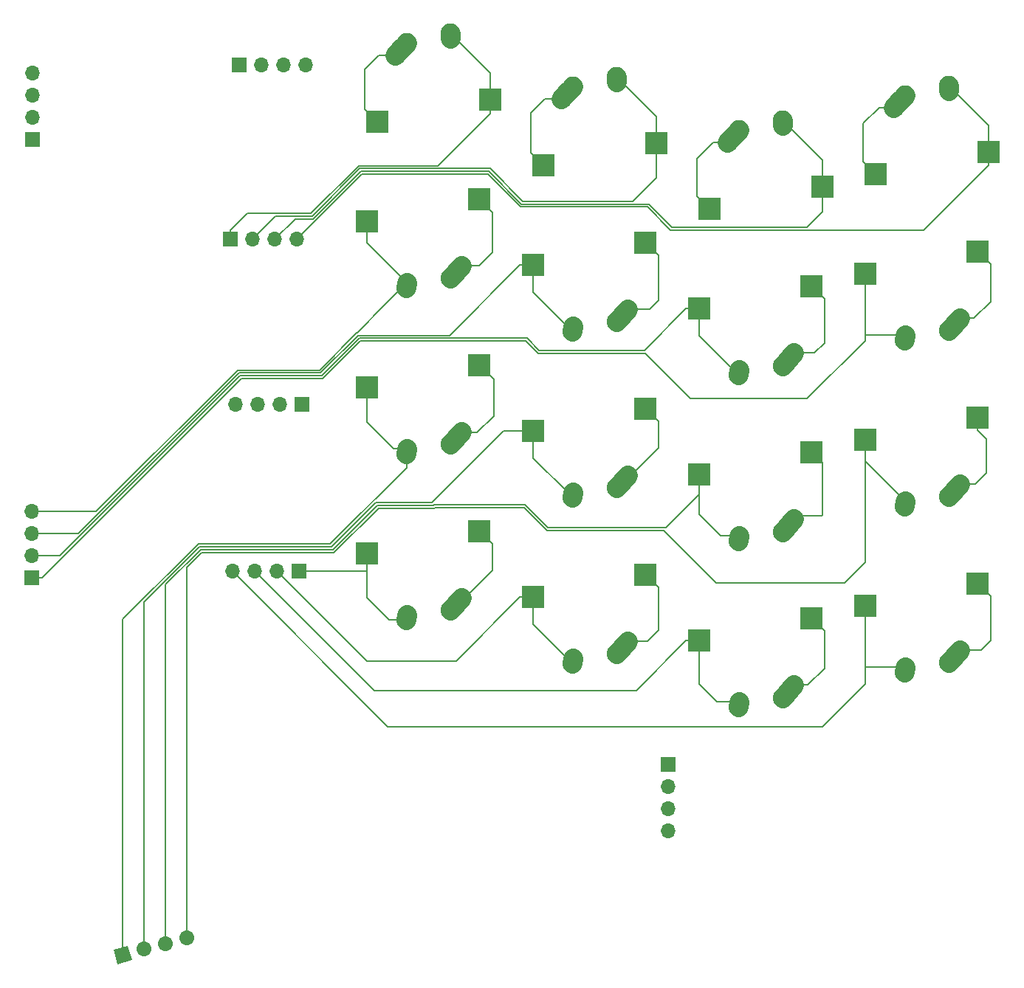
<source format=gbr>
G04 #@! TF.GenerationSoftware,KiCad,Pcbnew,(5.1.4)-1*
G04 #@! TF.CreationDate,2023-02-10T21:15:05-05:00*
G04 #@! TF.ProjectId,ThumbsUp,5468756d-6273-4557-902e-6b696361645f,rev?*
G04 #@! TF.SameCoordinates,Original*
G04 #@! TF.FileFunction,Copper,L2,Bot*
G04 #@! TF.FilePolarity,Positive*
%FSLAX46Y46*%
G04 Gerber Fmt 4.6, Leading zero omitted, Abs format (unit mm)*
G04 Created by KiCad (PCBNEW (5.1.4)-1) date 2023-02-10 21:15:05*
%MOMM*%
%LPD*%
G04 APERTURE LIST*
%ADD10R,2.550000X2.500000*%
%ADD11C,2.250000*%
%ADD12C,2.250000*%
%ADD13O,1.700000X1.700000*%
%ADD14R,1.700000X1.700000*%
%ADD15C,1.700000*%
%ADD16C,1.700000*%
%ADD17C,0.100000*%
%ADD18C,0.200000*%
G04 APERTURE END LIST*
D10*
X205497025Y-502340000D03*
X192570025Y-504880000D03*
D11*
X195912025Y-495800000D03*
X195257026Y-496530000D03*
D12*
X194602025Y-497260000D02*
X195912027Y-495800000D01*
D11*
X200952025Y-494720000D03*
X200932025Y-495010000D03*
D12*
X200912025Y-495300000D02*
X200952025Y-494720000D01*
D10*
X224547025Y-507340000D03*
X211620025Y-509880000D03*
D11*
X214962025Y-500800000D03*
X214307026Y-501530000D03*
D12*
X213652025Y-502260000D02*
X214962027Y-500800000D01*
D11*
X220002025Y-499720000D03*
X219982025Y-500010000D03*
D12*
X219962025Y-500300000D02*
X220002025Y-499720000D01*
D13*
X152912019Y-549610280D03*
X152912019Y-552150280D03*
X152912019Y-554690280D03*
D14*
X152912019Y-557230280D03*
D13*
X183332025Y-518360322D03*
X180792025Y-518360322D03*
X178252025Y-518360322D03*
D14*
X175712025Y-518360322D03*
D13*
X176239012Y-537342011D03*
X178779012Y-537342011D03*
X181319012Y-537342011D03*
D14*
X183859012Y-537342011D03*
D13*
X225912025Y-586230322D03*
X225912025Y-583690322D03*
X225912025Y-581150322D03*
D14*
X225912025Y-578610322D03*
D13*
X175936722Y-556457847D03*
X178476722Y-556457847D03*
X181016722Y-556457847D03*
D14*
X183556722Y-556457847D03*
D13*
X152958726Y-499260794D03*
X152958726Y-501800794D03*
X152958726Y-504340794D03*
D14*
X152958726Y-506880794D03*
D15*
X170712025Y-598510322D03*
D16*
X170712025Y-598510322D02*
X170712025Y-598510322D01*
D15*
X168258573Y-599167722D03*
D16*
X168258573Y-599167722D02*
X168258573Y-599167722D01*
D15*
X165805122Y-599825123D03*
D16*
X165805122Y-599825123D02*
X165805122Y-599825123D01*
D15*
X163351670Y-600482523D03*
D17*
G36*
X164392703Y-601083564D02*
G01*
X162750629Y-601523556D01*
X162310637Y-599881482D01*
X163952711Y-599441490D01*
X164392703Y-601083564D01*
X164392703Y-601083564D01*
G37*
D13*
X184332025Y-498360322D03*
X181792025Y-498360322D03*
X179252025Y-498360322D03*
D14*
X176712025Y-498360322D03*
D10*
X262647025Y-508340000D03*
X249720025Y-510880000D03*
D11*
X253062025Y-501800000D03*
X252407026Y-502530000D03*
D12*
X251752025Y-503260000D02*
X253062027Y-501800000D01*
D11*
X258102025Y-500720000D03*
X258082025Y-501010000D03*
D12*
X258062025Y-501300000D02*
X258102025Y-500720000D01*
D10*
X243597025Y-512340000D03*
X230670025Y-514880000D03*
D11*
X234012025Y-505800000D03*
X233357026Y-506530000D03*
D12*
X232702025Y-507260000D02*
X234012027Y-505800000D01*
D11*
X239052025Y-504720000D03*
X239032025Y-505010000D03*
D12*
X239012025Y-505300000D02*
X239052025Y-504720000D01*
D10*
X191327025Y-554420322D03*
X204254025Y-551880322D03*
D11*
X200912025Y-560960322D03*
X201567024Y-560230322D03*
D12*
X202222025Y-559500322D02*
X200912023Y-560960322D01*
D11*
X195872025Y-562040322D03*
X195892025Y-561750322D03*
D12*
X195912025Y-561460322D02*
X195872025Y-562040322D01*
D10*
X191327025Y-535370323D03*
X204254025Y-532830323D03*
D11*
X200912025Y-541910323D03*
X201567024Y-541180323D03*
D12*
X202222025Y-540450323D02*
X200912023Y-541910323D01*
D11*
X195872025Y-542990323D03*
X195892025Y-542700323D03*
D12*
X195912025Y-542410323D02*
X195872025Y-542990323D01*
D10*
X191327025Y-516320322D03*
X204254025Y-513780322D03*
D11*
X200912025Y-522860322D03*
X201567024Y-522130322D03*
D12*
X202222025Y-521400322D02*
X200912023Y-522860322D01*
D11*
X195872025Y-523940322D03*
X195892025Y-523650322D03*
D12*
X195912025Y-523360322D02*
X195872025Y-523940322D01*
D10*
X229427026Y-545370322D03*
X242354026Y-542830322D03*
D11*
X239012026Y-551910322D03*
X239667025Y-551180322D03*
D12*
X240322026Y-550450322D02*
X239012024Y-551910322D01*
D11*
X233972026Y-552990322D03*
X233992026Y-552700322D03*
D12*
X234012026Y-552410322D02*
X233972026Y-552990322D01*
D10*
X210377025Y-559420322D03*
X223304025Y-556880322D03*
D11*
X219962025Y-565960322D03*
X220617024Y-565230322D03*
D12*
X221272025Y-564500322D02*
X219962023Y-565960322D01*
D11*
X214922025Y-567040322D03*
X214942025Y-566750322D03*
D12*
X214962025Y-566460322D02*
X214922025Y-567040322D01*
D10*
X229427025Y-526320322D03*
X242354025Y-523780322D03*
D11*
X239012025Y-532860322D03*
X239667024Y-532130322D03*
D12*
X240322025Y-531400322D02*
X239012023Y-532860322D01*
D11*
X233972025Y-533940322D03*
X233992025Y-533650322D03*
D12*
X234012025Y-533360322D02*
X233972025Y-533940322D01*
D10*
X248477024Y-541370322D03*
X261404024Y-538830322D03*
D11*
X258062024Y-547910322D03*
X258717023Y-547180322D03*
D12*
X259372024Y-546450322D02*
X258062022Y-547910322D01*
D11*
X253022024Y-548990322D03*
X253042024Y-548700322D03*
D12*
X253062024Y-548410322D02*
X253022024Y-548990322D01*
D10*
X210377025Y-540370322D03*
X223304025Y-537830322D03*
D11*
X219962025Y-546910322D03*
X220617024Y-546180322D03*
D12*
X221272025Y-545450322D02*
X219962023Y-546910322D01*
D11*
X214922025Y-547990322D03*
X214942025Y-547700322D03*
D12*
X214962025Y-547410322D02*
X214922025Y-547990322D01*
D10*
X210377025Y-521320323D03*
X223304025Y-518780323D03*
D11*
X219962025Y-527860323D03*
X220617024Y-527130323D03*
D12*
X221272025Y-526400323D02*
X219962023Y-527860323D01*
D11*
X214922025Y-528940323D03*
X214942025Y-528650323D03*
D12*
X214962025Y-528360323D02*
X214922025Y-528940323D01*
D10*
X229427025Y-564420323D03*
X242354025Y-561880323D03*
D11*
X239012025Y-570960323D03*
X239667024Y-570230323D03*
D12*
X240322025Y-569500323D02*
X239012023Y-570960323D01*
D11*
X233972025Y-572040323D03*
X233992025Y-571750323D03*
D12*
X234012025Y-571460323D02*
X233972025Y-572040323D01*
D10*
X248477025Y-560420322D03*
X261404025Y-557880322D03*
D11*
X258062025Y-566960322D03*
X258717024Y-566230322D03*
D12*
X259372025Y-565500322D02*
X258062023Y-566960322D01*
D11*
X253022025Y-568040322D03*
X253042025Y-567750322D03*
D12*
X253062025Y-567460322D02*
X253022025Y-568040322D01*
D10*
X248477025Y-522320322D03*
X261404025Y-519780322D03*
D11*
X258062025Y-528860322D03*
X258717024Y-528130322D03*
D12*
X259372025Y-527400322D02*
X258062023Y-528860322D01*
D11*
X253022025Y-529940322D03*
X253042025Y-529650322D03*
D12*
X253062025Y-529360322D02*
X253022025Y-529940322D01*
D18*
X248477024Y-555422976D02*
X246100000Y-557800000D01*
X246100000Y-557800000D02*
X231400000Y-557800000D01*
X248477024Y-541370322D02*
X248477024Y-555422976D01*
X225377011Y-551777011D02*
X211964548Y-551777011D01*
X209337538Y-549150000D02*
X199124924Y-549150000D01*
X211964548Y-551777011D02*
X209337538Y-549150000D01*
X231400000Y-557800000D02*
X225377011Y-551777011D01*
X170712025Y-556000361D02*
X170712025Y-597308241D01*
X199124924Y-549150000D02*
X199070903Y-549204021D01*
X199070903Y-549204021D02*
X192658368Y-549204021D01*
X248477024Y-543825322D02*
X248477024Y-541370322D01*
X187556356Y-554306033D02*
X172406353Y-554306033D01*
X253062024Y-548410322D02*
X248477024Y-543825322D01*
X192658368Y-549204021D02*
X187556356Y-554306033D01*
X172406353Y-554306033D02*
X170712025Y-556000361D01*
X170712025Y-597308241D02*
X170712025Y-598510322D01*
X234012026Y-552410322D02*
X231885322Y-552410322D01*
X229427026Y-549952026D02*
X229427026Y-545370322D01*
X229427026Y-547672974D02*
X229427026Y-545370322D01*
X187420904Y-553979022D02*
X192522916Y-548877010D01*
X209472989Y-548822989D02*
X212100000Y-551450000D01*
X192522916Y-548877010D02*
X198935451Y-548877010D01*
X198989472Y-548822989D02*
X209472989Y-548822989D01*
X168258573Y-599167722D02*
X168258573Y-557991351D01*
X198935451Y-548877010D02*
X198989472Y-548822989D01*
X172270901Y-553979022D02*
X187420904Y-553979022D01*
X212100000Y-551450000D02*
X225650000Y-551450000D01*
X231885322Y-552410322D02*
X229427026Y-549952026D01*
X225650000Y-551450000D02*
X229427026Y-547672974D01*
X168258573Y-557991351D02*
X172270901Y-553979022D01*
X208902025Y-540370322D02*
X210377025Y-540370322D01*
X192387462Y-548550000D02*
X198800000Y-548550000D01*
X210377025Y-543445322D02*
X214342025Y-547410322D01*
X210377025Y-540370322D02*
X210377025Y-543445322D01*
X206979678Y-540370322D02*
X208902025Y-540370322D01*
X165805122Y-599825123D02*
X165805122Y-559982340D01*
X187285452Y-553652011D02*
X192387462Y-548550000D01*
X214342025Y-547410322D02*
X214962025Y-547410322D01*
X165805122Y-559982340D02*
X172135451Y-553652011D01*
X198800000Y-548550000D02*
X206979678Y-540370322D01*
X172135451Y-553652011D02*
X187285452Y-553652011D01*
X194410323Y-542410323D02*
X191327025Y-539327025D01*
X195912025Y-544562975D02*
X195912025Y-542410323D01*
X187150000Y-553325000D02*
X195912025Y-544562975D01*
X191327025Y-539327025D02*
X191327025Y-535370323D01*
X163351670Y-561973330D02*
X172000000Y-553325000D01*
X195912025Y-542410323D02*
X194410323Y-542410323D01*
X163351670Y-600482523D02*
X163351670Y-561973330D01*
X172000000Y-553325000D02*
X187150000Y-553325000D01*
X205497025Y-503912975D02*
X205497025Y-502340000D01*
X177622347Y-515400000D02*
X184904958Y-515400000D01*
X175712025Y-517310322D02*
X177622347Y-515400000D01*
X199491033Y-509918967D02*
X205497025Y-503912975D01*
X175712025Y-518360322D02*
X175712025Y-517310322D01*
X190385991Y-509918967D02*
X199491033Y-509918967D01*
X205497025Y-502340000D02*
X205497025Y-499265000D01*
X184904958Y-515400000D02*
X190385991Y-509918967D01*
X205497025Y-499265000D02*
X200952025Y-494720000D01*
X178252025Y-518360322D02*
X180885336Y-515727011D01*
X224547025Y-507340000D02*
X224547025Y-504265000D01*
X205458441Y-510245978D02*
X209208440Y-513995978D01*
X185040410Y-515727011D02*
X190521443Y-510245978D01*
X224547025Y-511302975D02*
X224547025Y-507340000D01*
X221854022Y-513995978D02*
X224547025Y-511302975D01*
X220582025Y-500300000D02*
X219962025Y-500300000D01*
X190521443Y-510245978D02*
X205458441Y-510245978D01*
X180885336Y-515727011D02*
X185040410Y-515727011D01*
X224547025Y-504265000D02*
X220582025Y-500300000D01*
X209208440Y-513995978D02*
X221854022Y-513995978D01*
X243597025Y-515232975D02*
X243597025Y-512340000D01*
X205322989Y-510572989D02*
X209072989Y-514322989D01*
X243597025Y-512340000D02*
X243597025Y-509265000D01*
X209072989Y-514322989D02*
X223672989Y-514322989D01*
X185175862Y-516054022D02*
X190656895Y-510572989D01*
X223672989Y-514322989D02*
X226332989Y-516982989D01*
X180792025Y-518360322D02*
X183098325Y-516054022D01*
X241847011Y-516982989D02*
X243597025Y-515232975D01*
X226332989Y-516982989D02*
X241847011Y-516982989D01*
X243597025Y-509265000D02*
X239052025Y-504720000D01*
X183098325Y-516054022D02*
X185175862Y-516054022D01*
X190656895Y-510572989D02*
X205322989Y-510572989D01*
X262647025Y-508340000D02*
X262647025Y-505265000D01*
X258682025Y-501300000D02*
X258062025Y-501300000D01*
X190792347Y-510900000D02*
X205187537Y-510900000D01*
X262647025Y-509852975D02*
X262647025Y-508340000D01*
X208937537Y-514650000D02*
X223500000Y-514650000D01*
X255190000Y-517310000D02*
X262647025Y-509852975D01*
X205187537Y-510900000D02*
X208937537Y-514650000D01*
X226160000Y-517310000D02*
X255190000Y-517310000D01*
X183332025Y-518360322D02*
X190792347Y-510900000D01*
X223500000Y-514650000D02*
X226160000Y-517310000D01*
X262647025Y-505265000D02*
X258682025Y-501300000D01*
X243480000Y-550120000D02*
X243600000Y-550000000D01*
X192545025Y-504880000D02*
X192570025Y-504880000D01*
X221272025Y-564500322D02*
X223524678Y-564500322D01*
X210145025Y-503879975D02*
X210145025Y-508430000D01*
X224779025Y-558330322D02*
X223329025Y-556880322D01*
X191095025Y-498854975D02*
X191095025Y-503430000D01*
X221272025Y-526400323D02*
X223774677Y-526400323D01*
X223774677Y-526400323D02*
X224779025Y-525395975D01*
X223329025Y-556880322D02*
X223304025Y-556880322D01*
X243600000Y-544000000D02*
X242430322Y-542830322D01*
X192690000Y-497260000D02*
X191095025Y-498854975D01*
X211595025Y-509880000D02*
X211620025Y-509880000D01*
X194602025Y-497260000D02*
X192690000Y-497260000D01*
X191095025Y-503430000D02*
X192545025Y-504880000D01*
X242674678Y-531400322D02*
X243829025Y-530245975D01*
X224779025Y-525395975D02*
X224779025Y-520230323D01*
X243829025Y-530245975D02*
X243829025Y-525230322D01*
X211765000Y-502260000D02*
X210145025Y-503879975D01*
X243600000Y-550000000D02*
X243600000Y-544000000D01*
X240322025Y-531400322D02*
X242674678Y-531400322D01*
X240652348Y-550120000D02*
X243480000Y-550120000D01*
X213652025Y-502260000D02*
X211765000Y-502260000D01*
X210145025Y-508430000D02*
X211595025Y-509880000D01*
X224779025Y-563245975D02*
X224779025Y-558330322D01*
X223329025Y-518780323D02*
X223304025Y-518780323D01*
X223524678Y-564500322D02*
X224779025Y-563245975D01*
X243829025Y-525230322D02*
X242379025Y-523780322D01*
X242430322Y-542830322D02*
X242354026Y-542830322D01*
X224779025Y-520230323D02*
X223329025Y-518780323D01*
X240322026Y-550450322D02*
X240652348Y-550120000D01*
X259372025Y-527400322D02*
X260974678Y-527400322D01*
X262879025Y-559330322D02*
X261429025Y-557880322D01*
X262879025Y-564420975D02*
X262879025Y-559330322D01*
X205750000Y-519850000D02*
X205750000Y-515300000D01*
X261404024Y-540280322D02*
X261404024Y-538830322D01*
X202222025Y-540450323D02*
X202321702Y-540550000D01*
X224779025Y-539280322D02*
X223329025Y-537830322D01*
X202222025Y-521400322D02*
X204199678Y-521400322D01*
X204199678Y-521400322D02*
X205750000Y-519850000D01*
X243829025Y-563330323D02*
X242379025Y-561880323D01*
X205750000Y-515300000D02*
X204254025Y-513804025D01*
X242379025Y-523780322D02*
X242354025Y-523780322D01*
X241924677Y-569500323D02*
X243829025Y-567595975D01*
X240322025Y-569500323D02*
X241924677Y-569500323D01*
X250065000Y-503260000D02*
X248245025Y-505079975D01*
X261099678Y-546450322D02*
X262400000Y-545150000D01*
X251752025Y-503260000D02*
X250065000Y-503260000D01*
X248245025Y-505079975D02*
X248245025Y-509430000D01*
X261799678Y-565500322D02*
X262879025Y-564420975D01*
X262400000Y-545150000D02*
X262400000Y-541276298D01*
X202321702Y-540550000D02*
X204000000Y-540550000D01*
X221272025Y-545450322D02*
X221632987Y-545450322D01*
X223329025Y-537830322D02*
X223304025Y-537830322D01*
X249695025Y-510880000D02*
X249720025Y-510880000D01*
X230645025Y-514880000D02*
X230670025Y-514880000D01*
X259372024Y-546450322D02*
X261099678Y-546450322D01*
X260974678Y-527400322D02*
X262879025Y-525495975D01*
X204254025Y-513804025D02*
X204254025Y-513780322D01*
X231040000Y-507260000D02*
X229195025Y-509104975D01*
X261429025Y-557880322D02*
X261404025Y-557880322D01*
X243829025Y-567595975D02*
X243829025Y-563330323D01*
X242379025Y-561880323D02*
X242354025Y-561880323D01*
X248245025Y-509430000D02*
X249695025Y-510880000D01*
X229195025Y-509104975D02*
X229195025Y-513430000D01*
X262879025Y-521230322D02*
X261429025Y-519780322D01*
X232702025Y-507260000D02*
X231040000Y-507260000D01*
X229195025Y-513430000D02*
X230645025Y-514880000D01*
X259372025Y-565500322D02*
X261799678Y-565500322D01*
X262879025Y-525495975D02*
X262879025Y-521230322D01*
X261429025Y-519780322D02*
X261404025Y-519780322D01*
X262400000Y-541276298D02*
X261404024Y-540280322D01*
X221632987Y-545450322D02*
X224779025Y-542304284D01*
X224779025Y-542304284D02*
X224779025Y-539280322D01*
X204000000Y-540550000D02*
X205900000Y-538650000D01*
X205900000Y-538650000D02*
X205900000Y-534451298D01*
X205900000Y-534451298D02*
X204279025Y-532830323D01*
X204279025Y-532830323D02*
X204254025Y-532830323D01*
X202222025Y-559500322D02*
X202582987Y-559500322D01*
X202582987Y-559500322D02*
X205729025Y-556354284D01*
X205729025Y-556354284D02*
X205729025Y-553330322D01*
X205729025Y-553330322D02*
X204279025Y-551880322D01*
X204279025Y-551880322D02*
X204254025Y-551880322D01*
X191327025Y-559452025D02*
X193915322Y-562040322D01*
X183556722Y-556457847D02*
X191327025Y-556457847D01*
X193915322Y-562040322D02*
X195872025Y-562040322D01*
X191327025Y-556457847D02*
X191327025Y-554420322D01*
X191327025Y-554420322D02*
X191327025Y-559452025D01*
X201572347Y-566750000D02*
X208902025Y-559420322D01*
X210377025Y-559420322D02*
X210377025Y-562495322D01*
X181016722Y-556457847D02*
X191308875Y-566750000D01*
X210377025Y-562495322D02*
X214922025Y-567040322D01*
X191308875Y-566750000D02*
X201572347Y-566750000D01*
X208902025Y-559420322D02*
X210377025Y-559420322D01*
X229427025Y-564420323D02*
X229427025Y-569377025D01*
X229427025Y-569377025D02*
X231510323Y-571460323D01*
X231510323Y-571460323D02*
X234012025Y-571460323D01*
X192168875Y-570150000D02*
X222222348Y-570150000D01*
X227952025Y-564420323D02*
X229427025Y-564420323D01*
X178476722Y-556457847D02*
X192168875Y-570150000D01*
X222222348Y-570150000D02*
X227952025Y-564420323D01*
X193753875Y-574275000D02*
X243625000Y-574275000D01*
X248477025Y-567460322D02*
X248477025Y-560420322D01*
X248477025Y-569422975D02*
X248477025Y-561870322D01*
X243625000Y-574275000D02*
X248477025Y-569422975D01*
X248477025Y-561870322D02*
X248477025Y-560420322D01*
X253062025Y-567460322D02*
X248477025Y-567460322D01*
X175936722Y-556457847D02*
X193753875Y-574275000D01*
X176949355Y-534356033D02*
X186293967Y-534356033D01*
X248477025Y-523770322D02*
X248477025Y-522320322D01*
X248477025Y-529360322D02*
X248477025Y-522320322D01*
X152912019Y-557230280D02*
X154075109Y-557230280D01*
X228425000Y-536650000D02*
X241825000Y-536650000D01*
X186293967Y-534356033D02*
X190600000Y-530050000D01*
X248477025Y-529997975D02*
X248477025Y-523770322D01*
X241825000Y-536650000D02*
X248477025Y-529997975D01*
X253062025Y-529360322D02*
X248477025Y-529360322D01*
X190600000Y-530050000D02*
X209550000Y-530050000D01*
X210952011Y-531452011D02*
X223227011Y-531452011D01*
X209550000Y-530050000D02*
X210952011Y-531452011D01*
X154075109Y-557230280D02*
X176949355Y-534356033D01*
X223227011Y-531452011D02*
X228425000Y-536650000D01*
X209685452Y-529722989D02*
X211087463Y-531125000D01*
X186158515Y-534029022D02*
X190464548Y-529722989D01*
X229427025Y-529395322D02*
X233972025Y-533940322D01*
X211087463Y-531125000D02*
X223147347Y-531125000D01*
X227952025Y-526320322D02*
X229427025Y-526320322D01*
X223147347Y-531125000D02*
X227952025Y-526320322D01*
X156152646Y-554690280D02*
X176813903Y-534029022D01*
X152912019Y-554690280D02*
X156152646Y-554690280D01*
X190464548Y-529722989D02*
X209685452Y-529722989D01*
X176813903Y-534029022D02*
X186158515Y-534029022D01*
X229427025Y-526320322D02*
X229427025Y-529395322D01*
X186023063Y-533702011D02*
X190329096Y-529395978D01*
X210377025Y-521320323D02*
X210377025Y-524395323D01*
X210377025Y-524395323D02*
X214922025Y-528940323D01*
X208902025Y-521320323D02*
X210377025Y-521320323D01*
X152912019Y-552150280D02*
X158230182Y-552150280D01*
X176678451Y-533702011D02*
X186023063Y-533702011D01*
X190329096Y-529395978D02*
X200826370Y-529395978D01*
X158230182Y-552150280D02*
X176678451Y-533702011D01*
X200826370Y-529395978D02*
X208902025Y-521320323D01*
X176543000Y-533375000D02*
X185887611Y-533375000D01*
X160307720Y-549610280D02*
X176543000Y-533375000D01*
X185887611Y-533375000D02*
X190193644Y-529068967D01*
X190193644Y-529068967D02*
X190203380Y-529068967D01*
X190203380Y-529068967D02*
X193399358Y-525872989D01*
X152912019Y-549610280D02*
X160307720Y-549610280D01*
X193399358Y-525872989D02*
X195912025Y-523360322D01*
X195912025Y-523360322D02*
X191327025Y-518775322D01*
X191327025Y-518775322D02*
X191327025Y-516320322D01*
M02*

</source>
